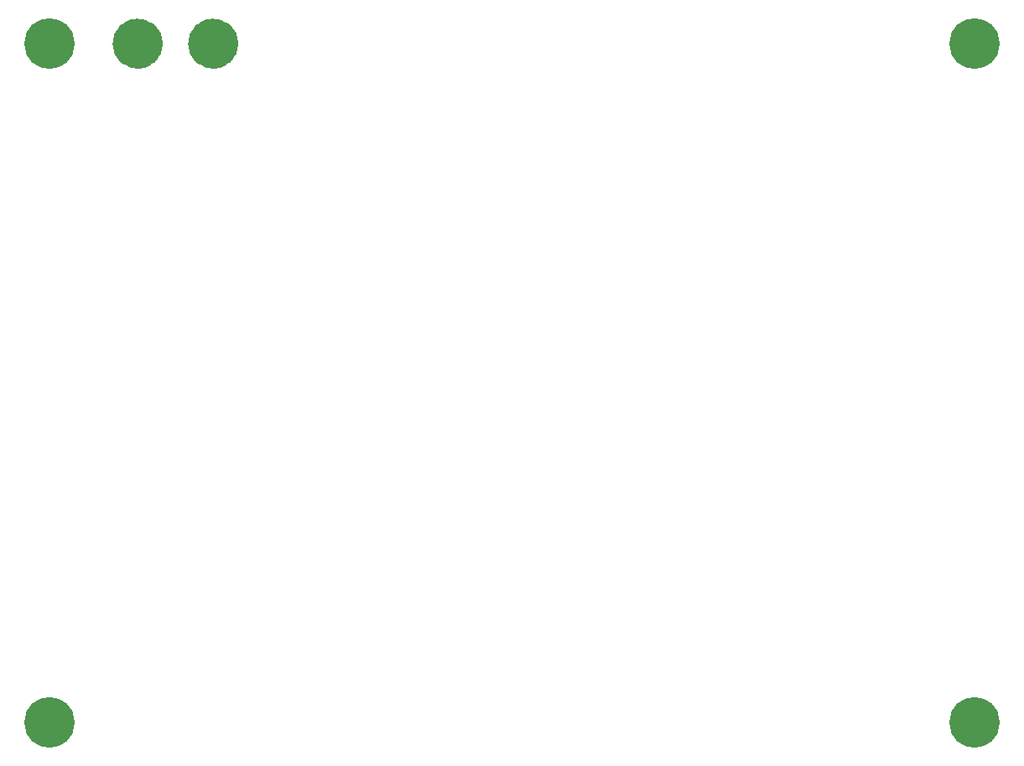
<source format=gbs>
G04 #@! TF.GenerationSoftware,KiCad,Pcbnew,(5.1.8)-1*
G04 #@! TF.CreationDate,2021-02-03T21:00:24+01:00*
G04 #@! TF.ProjectId,C64 Joykey Faceplate B1,43363420-4a6f-4796-9b65-792046616365,rev?*
G04 #@! TF.SameCoordinates,Original*
G04 #@! TF.FileFunction,Soldermask,Bot*
G04 #@! TF.FilePolarity,Negative*
%FSLAX46Y46*%
G04 Gerber Fmt 4.6, Leading zero omitted, Abs format (unit mm)*
G04 Created by KiCad (PCBNEW (5.1.8)-1) date 2021-02-03 21:00:24*
%MOMM*%
%LPD*%
G01*
G04 APERTURE LIST*
%ADD10C,2.500000*%
%ADD11C,5.100000*%
G04 APERTURE END LIST*
D10*
X161925000Y-85725000D02*
G75*
G03*
X161925000Y-85725000I-1270000J0D01*
G01*
X154305000Y-85725000D02*
G75*
G03*
X154305000Y-85725000I-1270000J0D01*
G01*
D11*
X144145000Y-154305000D03*
X237490000Y-154305000D03*
X237490000Y-85725000D03*
X144145000Y-85725000D03*
M02*

</source>
